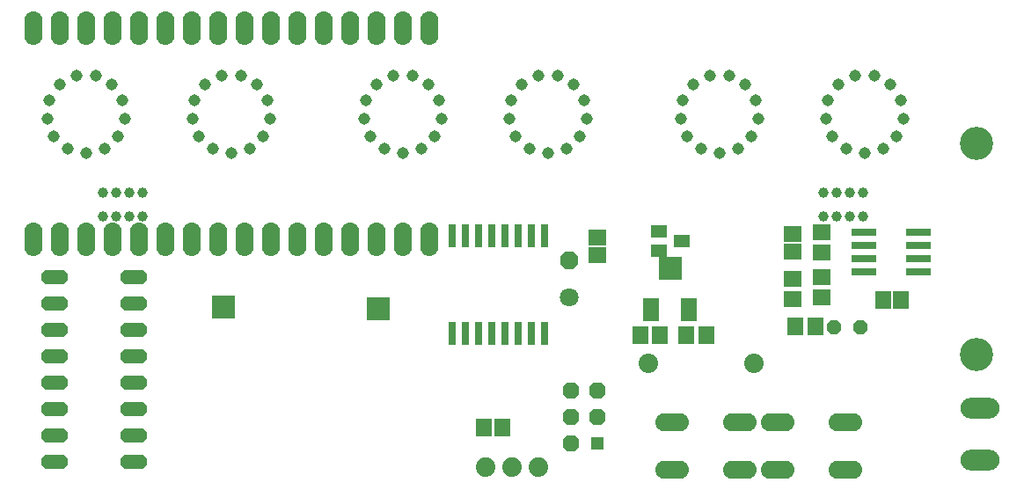
<source format=gbr>
G04 DipTrace 3.0.0.1*
G04 BottomMask.gbr*
%MOIN*%
G04 #@! TF.FileFunction,Soldermask,Bot*
G04 #@! TF.Part,Single*
%AMOUTLINE1*5,1,8,0,0,0.071524,67.499223*%
%AMOUTLINE4*5,1,8,0,0,0.056523,-22.5011*%
%AMOUTLINE7*
4,1,20,
-0.024322,-0.027937,
-0.033553,-0.026318,
-0.041978,-0.021464,
-0.048235,-0.01402,
-0.051568,-0.004885,
-0.051577,0.004838,
-0.048259,0.013977,
-0.042016,0.021431,
-0.033599,0.026301,
-0.024367,0.027937,
0.024322,0.027937,
0.033553,0.026318,
0.041978,0.021464,
0.048235,0.01402,
0.051568,0.004885,
0.051577,-0.004838,
0.048259,-0.013977,
0.042016,-0.021431,
0.033599,-0.026301,
0.024367,-0.027937,
-0.024322,-0.027937,
0*%
%AMOUTLINE10*5,1,8,0,0,0.068523,67.500386*%
%AMOUTLINE13*
4,1,20,
-0.033937,0.030317,
-0.031957,0.0416,
-0.026063,0.051831,
-0.017024,0.059428,
-0.005933,0.063476,
0.005874,0.063486,
0.016974,0.059457,
0.026025,0.051876,
0.031938,0.041655,
0.033937,0.030372,
0.033937,-0.030317,
0.031957,-0.0416,
0.026063,-0.051831,
0.017024,-0.059428,
0.005933,-0.063476,
-0.005874,-0.063486,
-0.016974,-0.059457,
-0.026025,-0.051876,
-0.031938,-0.041655,
-0.033937,-0.030372,
-0.033937,0.030317,
0*%
%AMOUTLINE16*
4,1,20,
-0.030317,-0.033937,
-0.0416,-0.031957,
-0.051831,-0.026063,
-0.059428,-0.017024,
-0.063476,-0.005933,
-0.063486,0.005874,
-0.059457,0.016974,
-0.051876,0.026025,
-0.041655,0.031938,
-0.030372,0.033937,
0.030317,0.033937,
0.0416,0.031957,
0.051831,0.026063,
0.059428,0.017024,
0.063476,0.005933,
0.063486,-0.005874,
0.059457,-0.016974,
0.051876,-0.026025,
0.041655,-0.031938,
0.030372,-0.033937,
-0.030317,-0.033937,
0*%
%AMOUTLINE19*
4,1,20,
-0.035562,-0.039186,
-0.048641,-0.036893,
-0.060451,-0.030087,
-0.069223,-0.019654,
-0.073896,-0.006848,
-0.073907,0.006781,
-0.069257,0.019594,
-0.060504,0.030043,
-0.048705,0.03687,
-0.035627,0.039186,
0.035562,0.039186,
0.048641,0.036893,
0.060451,0.030087,
0.069223,0.019654,
0.073896,0.006848,
0.073907,-0.006781,
0.069257,-0.019594,
0.060504,-0.030043,
0.048705,-0.03687,
0.035627,-0.039186,
-0.035562,-0.039186,
0*%
%ADD50C,0.074*%
%ADD59C,0.03937*%
%ADD60C,0.125984*%
%ADD68R,0.031496X0.086614*%
%ADD72R,0.062992X0.047244*%
%ADD80R,0.059055X0.086614*%
%ADD82R,0.070866X0.059055*%
%ADD84R,0.059055X0.070866*%
%ADD86R,0.086614X0.086614*%
%ADD88C,0.045079*%
%ADD92R,0.050266X0.050335*%
%ADD94R,0.094488X0.031496*%
%ADD106C,0.073874*%
%ADD108R,0.066929X0.059055*%
%ADD110R,0.059055X0.066929*%
%ADD112C,0.070874*%
%ADD119OUTLINE1*%
%ADD122OUTLINE4*%
%ADD125OUTLINE7*%
%ADD128OUTLINE10*%
%ADD131OUTLINE13*%
%ADD134OUTLINE16*%
%ADD137OUTLINE19*%
%FSLAX26Y26*%
G04*
G70*
G90*
G75*
G01*
G04 BotMask*
%LPD*%
D112*
X2574959Y1656392D3*
D119*
Y1796392D3*
D122*
X3577324Y1543252D3*
X3677324D3*
D110*
X2319194Y1162370D3*
X2252265D3*
D108*
X3419079Y1893543D3*
Y1826614D3*
X2681656Y1881045D3*
Y1814115D3*
D110*
X3831210Y1643892D3*
X3764281D3*
D106*
X3272962Y1403276D3*
X2872962D3*
D59*
X806112Y2050339D3*
X856308D3*
X906505D3*
X956702D3*
X3537364D3*
X3587560D3*
X3637757D3*
X3687954D3*
X806210Y1962642D3*
X856308Y1962445D3*
X906505D3*
X956702D3*
X3537364Y1962449D3*
X3587560D3*
X3637757D3*
X3687954D3*
D125*
X924966Y1031390D3*
Y1131390D3*
Y1231390D3*
Y1331390D3*
Y1431390D3*
Y1531390D3*
Y1631390D3*
Y1731390D3*
X624966D3*
Y1631390D3*
Y1531390D3*
Y1431390D3*
Y1331390D3*
Y1231390D3*
Y1131390D3*
Y1031390D3*
D94*
X3896072Y1900143D3*
Y1850143D3*
Y1800143D3*
Y1750143D3*
X3691348D3*
Y1800143D3*
Y1850143D3*
Y1900143D3*
D92*
X2681210Y1100139D3*
D128*
X2581210D3*
X2681210Y1200139D3*
X2581210D3*
X2681210Y1300139D3*
X2581210D3*
D131*
X543710Y2675142D3*
X643710D3*
X743710D3*
X843710D3*
X943710D3*
X1043710D3*
X1143710D3*
X1243710D3*
X1343710D3*
X1443710D3*
X1543710D3*
X1643710D3*
X1743710D3*
X1843710D3*
X1943710D3*
X2043710D3*
X543710Y1875142D3*
X643710D3*
X743710D3*
X843710D3*
X943710D3*
X1043710D3*
X1143710D3*
X1243710D3*
X1343710D3*
X1443710D3*
X1543710D3*
X1643710D3*
X1743710D3*
X1843710D3*
X1943710D3*
X2043710D3*
D88*
X675017Y2219256D3*
X812403D3*
X645690Y2460783D3*
X890450Y2332323D3*
X841730Y2460783D3*
X779084Y2493661D3*
X708336D3*
X865360Y2266173D3*
X596970Y2332323D3*
X622060Y2266173D3*
X743710Y2202323D3*
X605497Y2402559D3*
X881923D3*
X1225017Y2219256D3*
X1362403D3*
X1195690Y2460783D3*
X1440450Y2332323D3*
X1391730Y2460783D3*
X1329084Y2493661D3*
X1258336D3*
X1415360Y2266173D3*
X1146970Y2332323D3*
X1172060Y2266173D3*
X1293710Y2202323D3*
X1155497Y2402559D3*
X1431923D3*
X1875017Y2219256D3*
X2012403D3*
X1845690Y2460783D3*
X2090450Y2332323D3*
X2041730Y2460783D3*
X1979084Y2493661D3*
X1908336D3*
X2065360Y2266173D3*
X1796970Y2332323D3*
X1822060Y2266173D3*
X1943710Y2202323D3*
X1805497Y2402559D3*
X2081923D3*
X2425017Y2219256D3*
X2562403D3*
X2395690Y2460783D3*
X2640450Y2332323D3*
X2591730Y2460783D3*
X2529084Y2493661D3*
X2458336D3*
X2615360Y2266173D3*
X2346970Y2332323D3*
X2372060Y2266173D3*
X2493710Y2202323D3*
X2355497Y2402559D3*
X2631923D3*
X3075017Y2219256D3*
X3212403D3*
X3045690Y2460783D3*
X3290450Y2332323D3*
X3241730Y2460783D3*
X3179084Y2493661D3*
X3108336D3*
X3265360Y2266173D3*
X2996970Y2332323D3*
X3022060Y2266173D3*
X3143710Y2202323D3*
X3005497Y2402559D3*
X3281923D3*
X3625017Y2219256D3*
X3762403D3*
X3595690Y2460783D3*
X3840450Y2332323D3*
X3791730Y2460783D3*
X3729084Y2493661D3*
X3658336D3*
X3815360Y2266173D3*
X3546970Y2332323D3*
X3572060Y2266173D3*
X3693710Y2202323D3*
X3555497Y2402559D3*
X3831923D3*
D86*
X1263055Y1618572D3*
X1850493Y1612323D3*
D82*
X3531210Y1900045D3*
Y1825241D3*
D80*
X3027076Y1608902D3*
D86*
X2956210Y1766382D3*
D80*
X2885344Y1608902D3*
D82*
X3531567Y1731060D3*
Y1656257D3*
X3419079Y1649819D3*
Y1724622D3*
D84*
X3506570Y1543580D3*
X3431766D3*
X3018808Y1512643D3*
X3093612D3*
X2843808D3*
X2918612D3*
D134*
X3619058Y1181118D3*
X3363058D3*
X3619058Y1003118D3*
X3363058D3*
X3219100Y1181118D3*
X2963100D3*
X3219100Y1003118D3*
X2963100D3*
D72*
X2912882Y1831050D3*
Y1905853D3*
X2999496Y1868451D3*
D50*
X2356690Y1012386D3*
X2256690D3*
X2456690D3*
D68*
X2131210Y1887642D3*
X2181210D3*
X2231210D3*
X2281210D3*
X2331210D3*
X2381210D3*
X2431210D3*
X2481210D3*
Y1517563D3*
X2431210D3*
X2381210D3*
X2331210D3*
X2281210D3*
X2231210D3*
X2181210D3*
X2131210D3*
D60*
X4118710Y2237642D3*
Y1437642D3*
D137*
X4131504Y1037383D3*
Y1234234D3*
M02*

</source>
